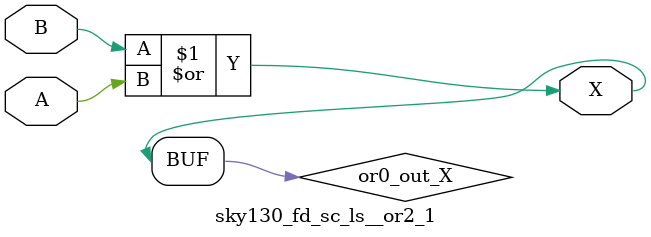
<source format=v>
/*
 * Copyright 2020 The SkyWater PDK Authors
 *
 * Licensed under the Apache License, Version 2.0 (the "License");
 * you may not use this file except in compliance with the License.
 * You may obtain a copy of the License at
 *
 *     https://www.apache.org/licenses/LICENSE-2.0
 *
 * Unless required by applicable law or agreed to in writing, software
 * distributed under the License is distributed on an "AS IS" BASIS,
 * WITHOUT WARRANTIES OR CONDITIONS OF ANY KIND, either express or implied.
 * See the License for the specific language governing permissions and
 * limitations under the License.
 *
 * SPDX-License-Identifier: Apache-2.0
*/


`ifndef SKY130_FD_SC_LS__OR2_1_FUNCTIONAL_V
`define SKY130_FD_SC_LS__OR2_1_FUNCTIONAL_V

/**
 * or2: 2-input OR.
 *
 * Verilog simulation functional model.
 */

`timescale 1ns / 1ps
`default_nettype none

`celldefine
module sky130_fd_sc_ls__or2_1 (
    X,
    A,
    B
);

    // Module ports
    output X;
    input  A;
    input  B;

    // Local signals
    wire or0_out_X;

    //  Name  Output     Other arguments
    or  or0  (or0_out_X, B, A           );
    buf buf0 (X        , or0_out_X      );

endmodule
`endcelldefine

`default_nettype wire
`endif  // SKY130_FD_SC_LS__OR2_1_FUNCTIONAL_V

</source>
